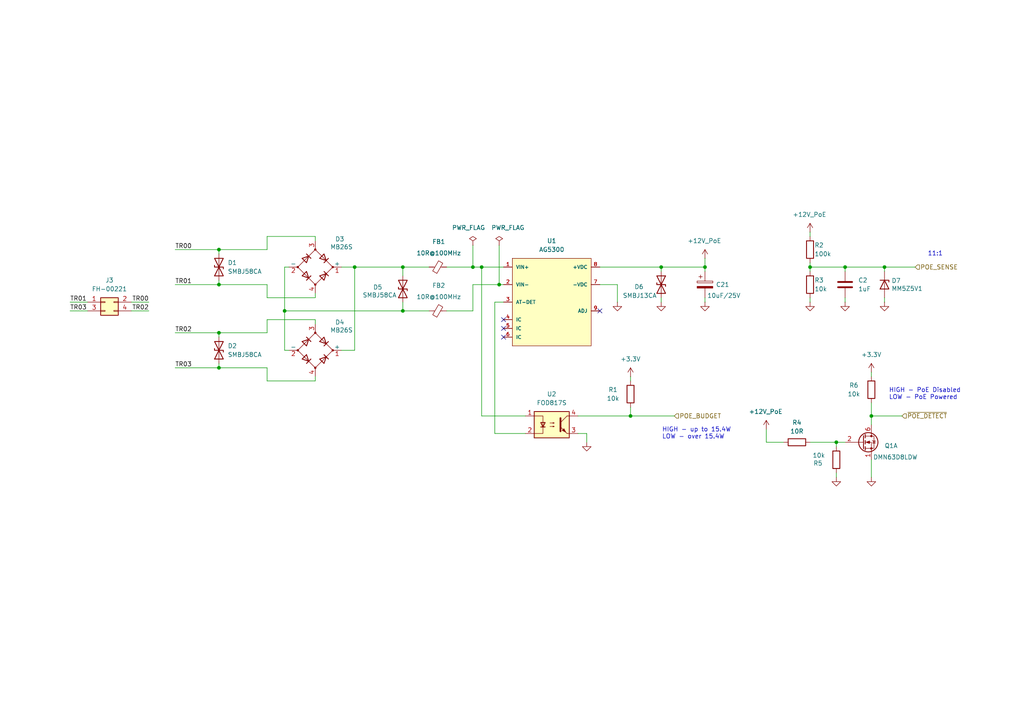
<source format=kicad_sch>
(kicad_sch (version 20231120) (generator "eeschema") (generator_version "8.0")
  (paper "A4")
  (title_block (title "Interface shield") (date "2024-06-04") (rev "${VERSION}") (company "TrendBit s.r.o.") (comment 1 "Designed by: Petr Malaník"))
  (lib_symbols
    (symbol "Connector_Generic:Conn_02x02_Odd_Even" (pin_names (offset 1.016) hide)
      (property "Reference" "J" (at 1.27 2.54 0))
      (property "Value" "Conn_02x02_Odd_Even" (at 1.27 -5.08 0))
      (symbol "Conn_02x02_Odd_Even_1_1"
        (rectangle (start -1.27 -2.413) (end 0 -2.667) (stroke (width 0.1524)))
        (rectangle (start -1.27 0.127) (end 0 -0.127) (stroke (width 0.1524)))
        (rectangle (start -1.27 1.27) (end 3.81 -3.81) (stroke (width 0.254)) (fill (type background)))
        (rectangle (start 3.81 -2.413) (end 2.54 -2.667) (stroke (width 0.1524)))
        (rectangle (start 3.81 0.127) (end 2.54 -0.127) (stroke (width 0.1524)))
        (pin passive line (at -5.08 0 0) (length 3.81) (name "Pin_1") (number "1"))
        (pin passive line (at 7.62 0 180) (length 3.81) (name "Pin_2") (number "2"))
        (pin passive line (at -5.08 -2.54 0) (length 3.81) (name "Pin_3") (number "3"))
        (pin passive line (at 7.62 -2.54 180) (length 3.81) (name "Pin_4") (number "4"))
      )
    )
    (symbol "Device:C" (pin_numbers hide) (pin_names (offset 0.254))
      (property "Reference" "C" (at 0.635 2.54 0))
      (property "Value" "C" (at 0.635 -2.54 0))
      (symbol "C_0_1"
        (polyline (pts (xy -2.032 -0.762) (xy 2.032 -0.762)) (stroke (width 0.508)))
        (polyline (pts (xy -2.032 0.762) (xy 2.032 0.762)) (stroke (width 0.508)))
      )
      (symbol "C_1_1"
        (pin passive line (at 0 3.81 270) (length 2.794) (name "~") (number "1"))
        (pin passive line (at 0 -3.81 90) (length 2.794) (name "~") (number "2"))
      )
    )
    (symbol "Device:C_Polarized" (pin_numbers hide) (pin_names (offset 0.254))
      (property "Reference" "C" (at 0.635 2.54 0))
      (property "Value" "C_Polarized" (at 0.635 -2.54 0))
      (symbol "C_Polarized_0_1"
        (rectangle (start -2.286 0.508) (end 2.286 1.016))
        (polyline (pts (xy -1.778 2.286) (xy -0.762 2.286)))
        (polyline (pts (xy -1.27 2.794) (xy -1.27 1.778)))
        (rectangle (start 2.286 -0.508) (end -2.286 -1.016) (fill (type outline)))
      )
      (symbol "C_Polarized_1_1"
        (pin passive line (at 0 3.81 270) (length 2.794) (name "~") (number "1"))
        (pin passive line (at 0 -3.81 90) (length 2.794) (name "~") (number "2"))
      )
    )
    (symbol "Device:D_Bridge_+-AA" (pin_names (offset 0))
      (property "Reference" "D" (at 2.54 6.985 0))
      (property "Value" "D_Bridge_+-AA" (at 2.54 5.08 0))
      (symbol "D_Bridge_+-AA_0_1"
        (circle (center -5.08 0) (radius 0.254) (fill (type outline)))
        (circle (center 0 -5.08) (radius 0.254) (fill (type outline)))
        (polyline (pts (xy -2.54 3.81) (xy -1.27 2.54)) (stroke (width 0.254)))
        (polyline (pts (xy -1.27 -2.54) (xy -2.54 -3.81)) (stroke (width 0.254)))
        (polyline (pts (xy 2.54 -1.27) (xy 3.81 -2.54)) (stroke (width 0.254)))
        (polyline (pts (xy 2.54 1.27) (xy 3.81 2.54)) (stroke (width 0.254)))
        (polyline (pts (xy -3.81 2.54) (xy -2.54 1.27) (xy -1.905 3.175) (xy -3.81 2.54)) (stroke (width 0.254)))
        (polyline (pts (xy -2.54 -1.27) (xy -3.81 -2.54) (xy -1.905 -3.175) (xy -2.54 -1.27)) (stroke (width 0.254)))
        (polyline (pts (xy 1.27 2.54) (xy 2.54 3.81) (xy 3.175 1.905) (xy 1.27 2.54)) (stroke (width 0.254)))
        (polyline (pts (xy 3.175 -1.905) (xy 1.27 -2.54) (xy 2.54 -3.81) (xy 3.175 -1.905)) (stroke (width 0.254)))
        (polyline (pts (xy -5.08 0) (xy 0 -5.08) (xy 5.08 0) (xy 0 5.08) (xy -5.08 0)))
        (circle (center 0 5.08) (radius 0.254) (fill (type outline)))
        (circle (center 5.08 0) (radius 0.254) (fill (type outline)))
      )
      (symbol "D_Bridge_+-AA_1_1"
        (pin passive line (at 7.62 0 180) (length 2.54) (name "+") (number "1"))
        (pin passive line (at -7.62 0 0) (length 2.54) (name "-") (number "2"))
        (pin passive line (at 0 7.62 270) (length 2.54) (name "~") (number "3"))
        (pin passive line (at 0 -7.62 90) (length 2.54) (name "~") (number "4"))
      )
    )
    (symbol "Device:D_TVS" (pin_numbers hide) (pin_names (offset 1.016) hide)
      (property "Reference" "D" (at 0 2.54 0))
      (property "Value" "D_TVS" (at 0 -2.54 0))
      (symbol "D_TVS_0_1"
        (polyline (pts (xy 1.27 0) (xy -1.27 0)))
        (polyline (pts (xy 0.508 1.27) (xy 0 1.27) (xy 0 -1.27) (xy -0.508 -1.27)) (stroke (width 0.254)))
        (polyline (pts (xy -2.54 1.27) (xy -2.54 -1.27) (xy 2.54 1.27) (xy 2.54 -1.27) (xy -2.54 1.27)) (stroke (width 0.254)))
      )
      (symbol "D_TVS_1_1"
        (pin passive line (at -3.81 0 0) (length 2.54) (name "A1") (number "1"))
        (pin passive line (at 3.81 0 180) (length 2.54) (name "A2") (number "2"))
      )
    )
    (symbol "Device:D_Zener" (pin_numbers hide) (pin_names (offset 1.016) hide)
      (property "Reference" "D" (at 0 2.54 0))
      (property "Value" "D_Zener" (at 0 -2.54 0))
      (symbol "D_Zener_0_1"
        (polyline (pts (xy 1.27 0) (xy -1.27 0)))
        (polyline (pts (xy -1.27 -1.27) (xy -1.27 1.27) (xy -0.762 1.27)) (stroke (width 0.254)))
        (polyline (pts (xy 1.27 -1.27) (xy 1.27 1.27) (xy -1.27 0) (xy 1.27 -1.27)) (stroke (width 0.254)))
      )
      (symbol "D_Zener_1_1"
        (pin passive line (at -3.81 0 0) (length 2.54) (name "K") (number "1"))
        (pin passive line (at 3.81 0 180) (length 2.54) (name "A") (number "2"))
      )
    )
    (symbol "Device:FerriteBead_Small" (pin_numbers hide) (pin_names (offset 0))
      (property "Reference" "FB" (at 1.905 1.27 0))
      (property "Value" "FerriteBead_Small" (at 1.905 -1.27 0))
      (symbol "FerriteBead_Small_0_1"
        (polyline (pts (xy 0 -1.27) (xy 0 -0.7874)))
        (polyline (pts (xy 0 0.889) (xy 0 1.2954)))
        (polyline (pts (xy -1.8288 0.2794) (xy -1.1176 1.4986) (xy 1.8288 -0.2032) (xy 1.1176 -1.4224) (xy -1.8288 0.2794)))
      )
      (symbol "FerriteBead_Small_1_1"
        (pin passive line (at 0 2.54 270) (length 1.27) (name "~") (number "1"))
        (pin passive line (at 0 -2.54 90) (length 1.27) (name "~") (number "2"))
      )
    )
    (symbol "Device:R" (pin_numbers hide) (pin_names (offset 0))
      (property "Reference" "R" (at 2.032 0 90))
      (property "Value" "R" (at 0 0 90))
      (symbol "R_0_1"
        (rectangle (start -1.016 -2.54) (end 1.016 2.54) (stroke (width 0.254)))
      )
      (symbol "R_1_1"
        (pin passive line (at 0 3.81 270) (length 1.27) (name "~") (number "1"))
        (pin passive line (at 0 -3.81 90) (length 1.27) (name "~") (number "2"))
      )
    )
    (symbol "Isolator:FODM217C"
      (property "Reference" "U" (at -5.08 5.08 0))
      (property "Value" "FODM217C" (at 0 5.08 0))
      (symbol "FODM217C_0_1"
        (rectangle (start -5.08 3.81) (end 5.08 -3.81) (stroke (width 0.254)) (fill (type background)))
        (polyline (pts (xy -3.175 -0.635) (xy -1.905 -0.635)) (stroke (width 0.254)))
        (polyline (pts (xy 2.54 0.635) (xy 4.445 2.54)))
        (polyline (pts (xy 4.445 -2.54) (xy 2.54 -0.635)) (fill (type outline)))
        (polyline (pts (xy 4.445 -2.54) (xy 5.08 -2.54)))
        (polyline (pts (xy 4.445 2.54) (xy 5.08 2.54)))
        (polyline (pts (xy -5.08 2.54) (xy -2.54 2.54) (xy -2.54 -0.635)))
        (polyline (pts (xy -2.54 -0.635) (xy -2.54 -2.54) (xy -5.08 -2.54)))
        (polyline (pts (xy 2.54 1.905) (xy 2.54 -1.905) (xy 2.54 -1.905)) (stroke (width 0.508)))
        (polyline (pts (xy -2.54 -0.635) (xy -3.175 0.635) (xy -1.905 0.635) (xy -2.54 -0.635)) (stroke (width 0.254)))
        (polyline (pts (xy -0.508 -0.508) (xy 0.762 -0.508) (xy 0.381 -0.635) (xy 0.381 -0.381) (xy 0.762 -0.508)))
        (polyline (pts (xy -0.508 0.508) (xy 0.762 0.508) (xy 0.381 0.381) (xy 0.381 0.635) (xy 0.762 0.508)))
        (polyline (pts (xy 3.048 -1.651) (xy 3.556 -1.143) (xy 4.064 -2.159) (xy 3.048 -1.651) (xy 3.048 -1.651)) (fill (type outline)))
      )
      (symbol "FODM217C_1_1"
        (pin passive line (at -7.62 2.54 0) (length 2.54) (name "~") (number "1"))
        (pin passive line (at -7.62 -2.54 0) (length 2.54) (name "~") (number "2"))
        (pin passive line (at 7.62 -2.54 180) (length 2.54) (name "~") (number "3"))
        (pin passive line (at 7.62 2.54 180) (length 2.54) (name "~") (number "4"))
      )
    )
    (symbol "TCY_modules:AG5300" (pin_names (offset 1.016))
      (property "Reference" "U" (at 16.51 6.731 0))
      (property "Value" "AG5300" (at 16.51 4.318 0))
      (symbol "AG5300_1_1"
        (rectangle (start 5.08 2.54) (end 27.94 -22.86) (fill (type background)))
        (pin power_in line (at 2.54 0 0) (length 2.54) (name "VIN+") (number "1"))
        (pin passive line (at 30.48 -5.08 180) (length 2.54) hide (name "-VDC") (number "10"))
        (pin power_in line (at 2.54 -5.08 0) (length 2.54) (name "VIN-") (number "2"))
        (pin output line (at 2.54 -10.16 0) (length 2.54) (name "AT-DET") (number "3"))
        (pin passive line (at 2.54 -15.24 0) (length 2.54) (name "IC") (number "4"))
        (pin passive line (at 2.54 -17.78 0) (length 2.54) (name "IC") (number "5"))
        (pin passive line (at 2.54 -20.32 0) (length 2.54) (name "IC") (number "6"))
        (pin passive line (at 30.48 -5.08 180) (length 2.54) (name "-VDC") (number "7"))
        (pin power_out line (at 30.48 0 180) (length 2.54) (name "+VDC") (number "8"))
        (pin input line (at 30.48 -12.7 180) (length 2.54) (name "ADJ") (number "9"))
      )
    )
    (symbol "TCY_transistors:DMN63D8LDW" (pin_names (offset 0) hide)
      (property "Reference" "Q" (at 6.35 1.27 0))
      (property "Value" "DMN63D8LDW" (at 19.05 -1.27 0))
      (symbol "DMN63D8LDW_0_1"
        (polyline (pts (xy 0.254 0) (xy -2.54 0)))
        (polyline (pts (xy 0.254 1.905) (xy 0.254 -1.905)) (stroke (width 0.254)))
        (polyline (pts (xy 0.762 -1.27) (xy 0.762 -2.286)) (stroke (width 0.254)))
        (polyline (pts (xy 0.762 0.508) (xy 0.762 -0.508)) (stroke (width 0.254)))
        (polyline (pts (xy 0.762 2.286) (xy 0.762 1.27)) (stroke (width 0.254)))
        (polyline (pts (xy 2.54 2.54) (xy 2.54 1.778)))
        (polyline (pts (xy 2.54 -2.54) (xy 2.54 0) (xy 0.762 0)))
        (polyline (pts (xy 0.762 -1.778) (xy 3.302 -1.778) (xy 3.302 1.778) (xy 0.762 1.778)))
        (polyline (pts (xy 1.016 0) (xy 2.032 0.381) (xy 2.032 -0.381) (xy 1.016 0)) (fill (type outline)))
        (polyline (pts (xy 2.794 0.508) (xy 2.921 0.381) (xy 3.683 0.381) (xy 3.81 0.254)))
        (polyline (pts (xy 3.302 0.381) (xy 2.921 -0.254) (xy 3.683 -0.254) (xy 3.302 0.381)))
        (circle (center 1.651 0) (radius 2.794) (stroke (width 0.254)))
        (circle (center 2.54 -1.778) (radius 0.254) (fill (type outline)))
        (circle (center 2.54 1.778) (radius 0.254) (fill (type outline)))
      )
      (symbol "DMN63D8LDW_1_1"
        (pin passive line (at 2.54 -5.08 90) (length 2.54) (name "S") (number "1"))
        (pin input line (at -5.08 0 0) (length 2.54) (name "G") (number "2"))
        (pin passive line (at 2.54 5.08 270) (length 2.54) (name "D") (number "6"))
      )
      (symbol "DMN63D8LDW_2_1"
        (pin passive line (at 2.54 5.08 270) (length 2.54) (name "D") (number "3"))
        (pin passive line (at 2.54 -5.08 90) (length 2.54) (name "S") (number "4"))
        (pin input line (at -5.08 0 0) (length 2.54) (name "G") (number "5"))
      )
    )
    (symbol "power:+24V" (power) (pin_numbers hide) (pin_names (offset 0) hide)
      (property "Value" "+24V" (at 0 3.556 0))
      (symbol "+24V_0_1"
        (polyline (pts (xy -0.762 1.27) (xy 0 2.54)))
        (polyline (pts (xy 0 0) (xy 0 2.54)))
        (polyline (pts (xy 0 2.54) (xy 0.762 1.27)))
      )
      (symbol "+24V_1_1"
        (pin power_in line (at 0 0 90) (length 0) (name "~") (number "1"))
      )
    )
    (symbol "power:+3.3V" (power) (pin_numbers hide) (pin_names (offset 0) hide)
      (property "Value" "+3.3V" (at 0 3.556 0))
      (symbol "+3.3V_0_1"
        (polyline (pts (xy -0.762 1.27) (xy 0 2.54)))
        (polyline (pts (xy 0 0) (xy 0 2.54)))
        (polyline (pts (xy 0 2.54) (xy 0.762 1.27)))
      )
      (symbol "+3.3V_1_1"
        (pin power_in line (at 0 0 90) (length 0) (name "~") (number "1"))
      )
    )
    (symbol "power:GND" (power) (pin_numbers hide) (pin_names (offset 0) hide)
      (property "Value" "GND" (at 0 -3.81 0))
      (symbol "GND_0_1"
        (polyline (pts (xy 0 0) (xy 0 -1.27) (xy 1.27 -1.27) (xy 0 -2.54) (xy -1.27 -1.27) (xy 0 -1.27)))
      )
      (symbol "GND_1_1"
        (pin power_in line (at 0 0 270) (length 0) (name "~") (number "1"))
      )
    )
    (symbol "power:PWR_FLAG" (power) (pin_numbers hide) (pin_names (offset 0) hide)
      (property "Value" "PWR_FLAG" (at 0 3.81 0))
      (symbol "PWR_FLAG_0_0"
        (pin power_out line (at 0 0 90) (length 0) (name "~") (number "1"))
      )
      (symbol "PWR_FLAG_0_1"
        (polyline (pts (xy 0 0) (xy 0 1.27) (xy -1.016 1.905) (xy 0 2.54) (xy 1.016 1.905) (xy 0 1.27)))
      )
    )
  )
  (junction (at 116.84 90.17))
  (junction (at 204.47 77.47))
  (junction (at 82.55 90.17))
  (junction (at 63.5 106.68))
  (junction (at 234.95 77.47))
  (junction (at 139.7 77.47))
  (junction (at 256.54 77.47))
  (junction (at 144.78 82.55))
  (junction (at 182.88 120.65))
  (junction (at 63.5 82.55))
  (junction (at 116.84 77.47))
  (junction (at 63.5 72.39))
  (junction (at 102.87 77.47))
  (junction (at 242.57 128.27))
  (junction (at 245.11 77.47))
  (junction (at 137.16 77.47))
  (junction (at 191.77 77.47))
  (junction (at 63.5 96.52))
  (junction (at 252.73 120.65))
  (no_connect (at 146.05 92.71))
  (no_connect (at 173.99 90.17))
  (no_connect (at 146.05 95.25))
  (no_connect (at 146.05 97.79))
  (wire (pts (xy 234.95 86.36) (xy 234.95 87.63)))
  (wire (pts (xy 245.11 77.47) (xy 245.11 78.74)))
  (wire (pts (xy 179.07 82.55) (xy 179.07 87.63)))
  (wire (pts (xy 152.4 120.65) (xy 139.7 120.65)))
  (wire (pts (xy 50.8 96.52) (xy 63.5 96.52)))
  (wire (pts (xy 191.77 86.36) (xy 191.77 87.63)))
  (wire (pts (xy 77.47 110.49) (xy 77.47 106.68)))
  (wire (pts (xy 82.55 101.6) (xy 83.82 101.6)))
  (wire (pts (xy 82.55 90.17) (xy 82.55 101.6)))
  (wire (pts (xy 99.06 101.6) (xy 102.87 101.6)))
  (wire (pts (xy 137.16 71.12) (xy 137.16 77.47)))
  (wire (pts (xy 139.7 120.65) (xy 139.7 77.47)))
  (wire (pts (xy 256.54 77.47) (xy 256.54 78.74)))
  (wire (pts (xy 137.16 77.47) (xy 139.7 77.47)))
  (wire (pts (xy 245.11 86.36) (xy 245.11 87.63)))
  (wire (pts (xy 63.5 106.68) (xy 77.47 106.68)))
  (wire (pts (xy 191.77 77.47) (xy 191.77 78.74)))
  (wire (pts (xy 91.44 110.49) (xy 77.47 110.49)))
  (wire (pts (xy 102.87 77.47) (xy 102.87 101.6)))
  (wire (pts (xy 256.54 77.47) (xy 265.43 77.47)))
  (wire (pts (xy 234.95 77.47) (xy 245.11 77.47)))
  (wire (pts (xy 242.57 128.27) (xy 245.11 128.27)))
  (wire (pts (xy 82.55 90.17) (xy 116.84 90.17)))
  (wire (pts (xy 182.88 120.65) (xy 182.88 118.11)))
  (wire (pts (xy 252.73 120.65) (xy 261.62 120.65)))
  (wire (pts (xy 20.32 87.63) (xy 25.4 87.63)))
  (wire (pts (xy 252.73 116.84) (xy 252.73 120.65)))
  (wire (pts (xy 63.5 96.52) (xy 77.47 96.52)))
  (wire (pts (xy 63.5 96.52) (xy 63.5 97.79)))
  (wire (pts (xy 191.77 77.47) (xy 204.47 77.47)))
  (wire (pts (xy 91.44 92.71) (xy 77.47 92.71)))
  (wire (pts (xy 167.64 125.73) (xy 170.18 125.73)))
  (wire (pts (xy 139.7 77.47) (xy 146.05 77.47)))
  (wire (pts (xy 170.18 125.73) (xy 170.18 128.27)))
  (wire (pts (xy 256.54 86.36) (xy 256.54 87.63)))
  (wire (pts (xy 173.99 77.47) (xy 191.77 77.47)))
  (wire (pts (xy 102.87 77.47) (xy 116.84 77.47)))
  (wire (pts (xy 116.84 77.47) (xy 124.46 77.47)))
  (wire (pts (xy 43.18 87.63) (xy 38.1 87.63)))
  (wire (pts (xy 242.57 138.43) (xy 242.57 137.16)))
  (wire (pts (xy 227.33 128.27) (xy 222.25 128.27)))
  (wire (pts (xy 137.16 82.55) (xy 137.16 90.17)))
  (wire (pts (xy 63.5 81.28) (xy 63.5 82.55)))
  (wire (pts (xy 137.16 90.17) (xy 129.54 90.17)))
  (wire (pts (xy 204.47 77.47) (xy 204.47 78.74)))
  (wire (pts (xy 82.55 77.47) (xy 82.55 90.17)))
  (wire (pts (xy 91.44 92.71) (xy 91.44 93.98)))
  (wire (pts (xy 252.73 133.35) (xy 252.73 138.43)))
  (wire (pts (xy 116.84 87.63) (xy 116.84 90.17)))
  (wire (pts (xy 77.47 92.71) (xy 77.47 96.52)))
  (wire (pts (xy 222.25 128.27) (xy 222.25 124.46)))
  (wire (pts (xy 116.84 90.17) (xy 124.46 90.17)))
  (wire (pts (xy 144.78 71.12) (xy 144.78 82.55)))
  (wire (pts (xy 43.18 90.17) (xy 38.1 90.17)))
  (wire (pts (xy 242.57 128.27) (xy 242.57 129.54)))
  (wire (pts (xy 143.51 87.63) (xy 143.51 125.73)))
  (wire (pts (xy 182.88 109.22) (xy 182.88 110.49)))
  (wire (pts (xy 63.5 105.41) (xy 63.5 106.68)))
  (wire (pts (xy 234.95 76.2) (xy 234.95 77.47)))
  (wire (pts (xy 50.8 82.55) (xy 63.5 82.55)))
  (wire (pts (xy 116.84 77.47) (xy 116.84 80.01)))
  (wire (pts (xy 63.5 82.55) (xy 77.47 82.55)))
  (wire (pts (xy 91.44 68.58) (xy 77.47 68.58)))
  (wire (pts (xy 146.05 82.55) (xy 144.78 82.55)))
  (wire (pts (xy 252.73 120.65) (xy 252.73 123.19)))
  (wire (pts (xy 204.47 87.63) (xy 204.47 86.36)))
  (wire (pts (xy 91.44 110.49) (xy 91.44 109.22)))
  (wire (pts (xy 77.47 86.36) (xy 77.47 82.55)))
  (wire (pts (xy 91.44 68.58) (xy 91.44 69.85)))
  (wire (pts (xy 20.32 90.17) (xy 25.4 90.17)))
  (wire (pts (xy 63.5 72.39) (xy 63.5 73.66)))
  (wire (pts (xy 234.95 77.47) (xy 234.95 78.74)))
  (wire (pts (xy 50.8 106.68) (xy 63.5 106.68)))
  (wire (pts (xy 91.44 86.36) (xy 91.44 85.09)))
  (wire (pts (xy 234.95 128.27) (xy 242.57 128.27)))
  (wire (pts (xy 173.99 82.55) (xy 179.07 82.55)))
  (wire (pts (xy 91.44 86.36) (xy 77.47 86.36)))
  (wire (pts (xy 50.8 72.39) (xy 63.5 72.39)))
  (wire (pts (xy 204.47 74.93) (xy 204.47 77.47)))
  (wire (pts (xy 252.73 107.95) (xy 252.73 109.22)))
  (wire (pts (xy 77.47 72.39) (xy 63.5 72.39)))
  (wire (pts (xy 77.47 68.58) (xy 77.47 72.39)))
  (wire (pts (xy 182.88 120.65) (xy 195.58 120.65)))
  (wire (pts (xy 245.11 77.47) (xy 256.54 77.47)))
  (wire (pts (xy 146.05 87.63) (xy 143.51 87.63)))
  (wire (pts (xy 99.06 77.47) (xy 102.87 77.47)))
  (wire (pts (xy 129.54 77.47) (xy 137.16 77.47)))
  (wire (pts (xy 144.78 82.55) (xy 137.16 82.55)))
  (wire (pts (xy 234.95 67.31) (xy 234.95 68.58)))
  (wire (pts (xy 143.51 125.73) (xy 152.4 125.73)))
  (wire (pts (xy 167.64 120.65) (xy 182.88 120.65)))
  (wire (pts (xy 82.55 77.47) (xy 83.82 77.47)))
  (text "11:1" (at 271.272 73.66 0) (effects (font (size 1.27 1.27))))
  (text "HIGH - PoE Disabled\nLOW - PoE Powered" (at 257.81 114.3 0) (effects (font (size 1.27 1.27)) (justify left)))
  (text "HIGH - up to 15.4W\nLOW - over 15.4W" (at 192.024 125.73 0) (effects (font (size 1.27 1.27)) (justify left)))
  (label "TR02" (at 50.8 96.52 0))
  (label "TR00" (at 43.18 87.63 180))
  (label "TR02" (at 43.18 90.17 180))
  (label "TR03" (at 50.8 106.68 0))
  (label "TR01" (at 50.8 82.55 0))
  (label "TR01" (at 20.32 87.63 0))
  (label "TR00" (at 50.8 72.39 0))
  (label "TR03" (at 20.32 90.17 0))
  (hierarchical_label "~{POE_DETECT}" (shape input) (at 261.62 120.65 0))
  (hierarchical_label "POE_BUDGET" (shape input) (at 195.58 120.65 0))
  (hierarchical_label "POE_SENSE" (shape input) (at 265.43 77.47 0))
  (symbol (lib_id "Device:R") (at 242.57 133.35 0) (unit 1)
    (property "Reference" "R5" (at 237.236 134.366 0))
    (property "Value" "10k" (at 237.49 132.08 0))
    (property "Footprint" "Resistor_SMD:R_0603_1608Metric" (effects (hide yes)))
    (property "Description" "Resistor" (effects (hide yes)))
    (property "LCSC" "C25804" (effects (hide yes)))
  )
  (symbol (lib_id "power:GND") (at 204.47 87.63 0) (unit 1)
    (property "Reference" "#PWR0110" (effects (hide yes)))
    (property "Value" "GND" (effects (hide yes)))
    (property "Description" "Power symbol creates a global label with name \"GND\" , ground" (effects (hide yes)))
  )
  (symbol (lib_id "TCY_transistors:DMN63D8LDW") (at 250.19 128.27 0) (unit 1)
    (property "Reference" "Q1" (at 256.54 129.286 0) (effects (justify left)))
    (property "Value" "DMN63D8LDW" (at 253.238 132.588 0) (effects (justify left)))
    (property "Footprint" "Package_TO_SOT_SMD:SOT-363_SC-70-6" (effects (hide yes)))
    (property "Description" "Dual NMOS transistor, 6 pin package" (effects (hide yes)))
    (property "MPN" "DMN63D8LDW-7" (effects (hide yes)))
    (property "Mouser" "https://cz.mouser.com/ProductDetail/Diodes-Incorporated/DMN63D8LDW-7?qs=wo71MgyKIyE2w30D2buODQ%3D%3D" (effects (hide yes)))
    (property "JLCPCB" "C211422" (effects (hide yes)))
    (property "LCSC" "C211422" (effects (hide yes)))
  )
  (symbol (lib_id "Device:R") (at 231.14 128.27 90) (unit 1)
    (property "Reference" "R4" (at 231.14 122.555 90))
    (property "Value" "10R" (at 231.14 125.095 90))
    (property "Footprint" "Resistor_SMD:R_0603_1608Metric" (effects (hide yes)))
    (property "Description" "Resistor" (effects (hide yes)))
    (property "LCSC" "C23193" (effects (hide yes)))
  )
  (symbol (lib_id "power:+24V") (at 204.47 74.93 0) (unit 1)
    (property "Reference" "#PWR0109" (effects (hide yes)))
    (property "Value" "+12V_PoE" (at 199.39 69.85 0) (effects (justify left)))
    (property "Description" "Power symbol creates a global label with name \"+24V\"" (effects (hide yes)))
  )
  (symbol (lib_id "power:GND") (at 170.18 128.27 0) (unit 1)
    (property "Reference" "#PWR01" (effects (hide yes)))
    (property "Value" "GND" (effects (hide yes)))
    (property "Description" "Power symbol creates a global label with name \"GND\" , ground" (effects (hide yes)))
  )
  (symbol (lib_id "power:PWR_FLAG") (at 137.16 71.12 0) (unit 1)
    (property "Reference" "#FLG01" (effects (hide yes)))
    (property "Value" "PWR_FLAG" (at 135.89 66.04 0))
    (property "Description" "Special symbol for telling ERC where power comes from" (effects (hide yes)))
  )
  (symbol (lib_id "Device:D_Bridge_+-AA") (at 91.44 101.6 0) (unit 1)
    (property "Reference" "D4" (at 98.552 93.472 0))
    (property "Value" "MB26S" (at 99.06 95.758 0))
    (property "Footprint" "Package_TO_SOT_SMD:TO-269AA" (effects (hide yes)))
    (property "Datasheet" "https://www.diodes.com/assets/Datasheets/ABS20M.pdf" (effects (hide yes)))
    (property "Description" "Diode bridge, +ve/-ve/AC/AC" (effects (hide yes)))
    (property "Mouser" "https://cz.mouser.com/ProductDetail/Diotec-Semiconductor/ABS20M?qs=Li%252BoUPsLEnuqDKdqx71gNw%3D%3D" (effects (hide yes)))
    (property "JLCPCB" "C437951" (effects (hide yes)))
    (property "MPNA" "ABS20M  " (effects (hide yes)))
    (property "MPN" "MB26S" (effects (hide yes)))
    (property "LCSC" "C840748" (effects (hide yes)))
  )
  (symbol (lib_id "power:GND") (at 242.57 138.43 0) (unit 1)
    (property "Reference" "#PWR011" (effects (hide yes)))
    (property "Value" "GND" (effects (hide yes)))
    (property "Description" "Power symbol creates a global label with name \"GND\" , ground" (effects (hide yes)))
  )
  (symbol (lib_id "power:GND") (at 252.73 138.43 0) (unit 1)
    (property "Reference" "#PWR014" (effects (hide yes)))
    (property "Value" "GND" (effects (hide yes)))
    (property "Description" "Power symbol creates a global label with name \"GND\" , ground" (effects (hide yes)))
  )
  (symbol (lib_id "Device:D_TVS") (at 63.5 77.47 90) (unit 1)
    (property "Reference" "D1" (at 66.04 76.1999 90) (effects (justify right)))
    (property "Value" "SMBJ58CA" (at 66.04 78.7399 90) (effects (justify right)))
    (property "Footprint" "Diode_SMD:D_SMB" (effects (hide yes)))
    (property "Description" "Bidirectional transient-voltage-suppression diode" (effects (hide yes)))
    (property "MPN" "SMBJ58CA" (effects (hide yes)))
    (property "Mouser" "https://cz.mouser.com/ProductDetail/Bourns/SMBJ58CA?qs=d7fLapxX37GuSsPm5YuQrg%3D%3D" (effects (hide yes)))
    (property "JLCPCB" "C19077592" (effects (hide yes)))
    (property "LCSC" "C19077592" (effects (hide yes)))
  )
  (symbol (lib_id "power:PWR_FLAG") (at 144.78 71.12 0) (unit 1)
    (property "Reference" "#FLG02" (effects (hide yes)))
    (property "Value" "PWR_FLAG" (at 147.32 66.04 0))
    (property "Description" "Special symbol for telling ERC where power comes from" (effects (hide yes)))
  )
  (symbol (lib_id "Device:D_Zener") (at 256.54 82.55 270) (unit 1)
    (property "Reference" "D7" (at 258.5721 81.4006 90) (effects (justify left)))
    (property "Value" "MM5Z5V1" (at 258.572 83.699 90) (effects (justify left)))
    (property "Footprint" "Diode_SMD:D_SOD-523" (effects (hide yes)))
    (property "Link" "https://cz.mouser.com/ProductDetail/Micro-Commercial-Components-MCC/BZT52C3V3T-TP?qs=ZNK0BnemlqH64jno0CHXZA%3D%3D" (effects (hide yes)))
    (property "MPN" "MM5Z5V1" (effects (hide yes)))
    (property "JLCPCB" "C2832572" (effects (hide yes)))
    (property "MPNA" "BZT52C3V3T-TP " (effects (hide yes)))
    (property "Mouser" "BZT52C3V3T-TP " (effects (hide yes)))
    (property "LCSC" "C2832572" (effects (hide yes)))
  )
  (symbol (lib_id "Isolator:FODM217C") (at 160.02 123.19 0) (unit 1)
    (property "Reference" "U2" (at 160.02 114.3 0))
    (property "Value" "FOD817S" (at 160.02 116.84 0))
    (property "Footprint" "Package_SO:SSO-4_6.7x5.1mm_P2.54mm_Clearance8mm" (effects (hide yes)))
    (property "Datasheet" "https://www.onsemi.com/pub/Collateral/FODM214-D.PDF" (effects (hide yes)))
    (property "Description" "DC Optocoupler, Vce 80V, CTR 200-400%, SOP-4" (effects (hide yes)))
    (property "Mouser" "https://cz.mouser.com/ProductDetail/onsemi-Fairchild/FOD817S?qs=32VJUWvZ7Xab7eM00K2DFA%3D%3D" (effects (hide yes)))
    (property "JLCPCB" "C106900" (effects (hide yes)))
    (property "MPN" "FOD817S" (effects (hide yes)))
    (property "MPNA" "EL817S1" (effects (hide yes)))
    (property "LCSC" "C106900" (effects (hide yes)))
  )
  (symbol (lib_id "Device:FerriteBead_Small") (at 127 77.47 90) (unit 1)
    (property "Reference" "FB1" (at 127.254 70.104 90))
    (property "Value" "10R@100MHz" (at 127.254 73.406 90))
    (property "Footprint" "Inductor_SMD:L_0603_1608Metric" (effects (hide yes)))
    (property "Description" "Ferrite bead, small symbol" (effects (hide yes)))
    (property "Link" "https://cz.mouser.com/ProductDetail/Murata-Electronics/BLM21PG220SN1D?qs=tuW2Z%252BT4A0yqSWmso6vkmg%3D%3D" (effects (hide yes)))
    (property "MPN" " GZ1608D601TF" (effects (hide yes)))
    (property "JLCPCB" "C2971881" (effects (hide yes)))
    (property "MPNA" "BLE18PK100SN1D" (effects (hide yes)))
    (property "Mouser" "https://cz.mouser.com/ProductDetail/Murata-Electronics/BLE18PK100SN1D?qs=W%2FMpXkg%252BdQ6tzBmLeY1psA%3D%3D" (effects (hide yes)))
    (property "LCSC" "C2971881" (effects (hide yes)))
  )
  (symbol (lib_id "Device:D_TVS") (at 116.84 83.82 90) (unit 1)
    (property "Reference" "D5" (at 108.204 83.312 90) (effects (justify right)))
    (property "Value" "SMBJ58CA" (at 105.156 85.598 90) (effects (justify right)))
    (property "Footprint" "Diode_SMD:D_SMB" (effects (hide yes)))
    (property "Description" "Bidirectional transient-voltage-suppression diode" (effects (hide yes)))
    (property "MPN" "SMBJ58CA" (effects (hide yes)))
    (property "Mouser" "https://cz.mouser.com/ProductDetail/Bourns/SMBJ58CA?qs=d7fLapxX37GuSsPm5YuQrg%3D%3D" (effects (hide yes)))
    (property "JLCPCB" "C19077592" (effects (hide yes)))
    (property "LCSC" "C19077592" (effects (hide yes)))
  )
  (symbol (lib_id "Device:D_TVS") (at 191.77 82.55 270) (unit 1)
    (property "Reference" "D6" (at 186.69 83.185 90) (effects (justify right)))
    (property "Value" "SMBJ13CA" (at 190.5 85.725 90) (effects (justify right)))
    (property "Footprint" "Diode_SMD:D_SMB" (effects (hide yes)))
    (property "Description" "Bidirectional transient-voltage-suppression diode" (effects (hide yes)))
    (property "MPN" "SMBJ13CA" (effects (hide yes)))
    (property "Mouser" "https://cz.mouser.com/ProductDetail/Bourns/SMBJ13CA?qs=d7fLapxX37FPbKcZvfOanQ%3D%3D" (effects (hide yes)))
    (property "JLCPCB" "C19077568" (effects (hide yes)))
    (property "LCSC" "C19077568" (effects (hide yes)))
  )
  (symbol (lib_id "power:GND") (at 179.07 87.63 0) (unit 1)
    (property "Reference" "#PWR02" (effects (hide yes)))
    (property "Value" "GND" (effects (hide yes)))
    (property "Description" "Power symbol creates a global label with name \"GND\" , ground" (effects (hide yes)))
  )
  (symbol (lib_id "power:GND") (at 256.54 87.63 0) (unit 1)
    (property "Reference" "#PWR012" (effects (hide yes)))
    (property "Value" "GND" (effects (hide yes)))
    (property "Description" "Power symbol creates a global label with name \"GND\" , ground" (effects (hide yes)))
  )
  (symbol (lib_id "Device:FerriteBead_Small") (at 127 90.17 90) (unit 1)
    (property "Reference" "FB2" (at 127.254 82.804 90))
    (property "Value" "10R@100MHz" (at 127.254 86.106 90))
    (property "Footprint" "Inductor_SMD:L_0603_1608Metric" (effects (hide yes)))
    (property "Description" "Ferrite bead, small symbol" (effects (hide yes)))
    (property "Link" "https://cz.mouser.com/ProductDetail/Murata-Electronics/BLM21PG220SN1D?qs=tuW2Z%252BT4A0yqSWmso6vkmg%3D%3D" (effects (hide yes)))
    (property "MPN" " GZ1608D601TF" (effects (hide yes)))
    (property "JLCPCB" "C2971881" (effects (hide yes)))
    (property "MPNA" "BLE18PK100SN1D" (effects (hide yes)))
    (property "Mouser" "https://cz.mouser.com/ProductDetail/Murata-Electronics/BLE18PK100SN1D?qs=W%2FMpXkg%252BdQ6tzBmLeY1psA%3D%3D" (effects (hide yes)))
    (property "LCSC" "C2971881" (effects (hide yes)))
  )
  (symbol (lib_id "Device:R") (at 234.95 72.39 0) (unit 1)
    (property "Reference" "R2" (at 236.22 71.12 0) (effects (justify left)))
    (property "Value" "100k" (at 236.22 73.66 0) (effects (justify left)))
    (property "Footprint" "Resistor_SMD:R_0603_1608Metric" (effects (hide yes)))
    (property "LCSC" "C25803" (effects (hide yes)))
  )
  (symbol (lib_id "Device:R") (at 234.95 82.55 0) (unit 1)
    (property "Reference" "R3" (at 236.22 81.28 0) (effects (justify left)))
    (property "Value" "10k" (at 236.22 83.82 0) (effects (justify left)))
    (property "Footprint" "Resistor_SMD:R_0603_1608Metric" (effects (hide yes)))
    (property "LCSC" "C25804" (effects (hide yes)))
  )
  (symbol (lib_id "power:GND") (at 245.11 87.63 0) (unit 1)
    (property "Reference" "#PWR010" (effects (hide yes)))
    (property "Value" "GND" (effects (hide yes)))
    (property "Description" "Power symbol creates a global label with name \"GND\" , ground" (effects (hide yes)))
  )
  (symbol (lib_id "Device:D_TVS") (at 63.5 101.6 90) (unit 1)
    (property "Reference" "D2" (at 66.04 100.3299 90) (effects (justify right)))
    (property "Value" "SMBJ58CA" (at 66.04 102.8699 90) (effects (justify right)))
    (property "Footprint" "Diode_SMD:D_SMB" (effects (hide yes)))
    (property "Description" "Bidirectional transient-voltage-suppression diode" (effects (hide yes)))
    (property "MPN" "SMBJ58CA" (effects (hide yes)))
    (property "Mouser" "https://cz.mouser.com/ProductDetail/Bourns/SMBJ58CA?qs=d7fLapxX37GuSsPm5YuQrg%3D%3D" (effects (hide yes)))
    (property "JLCPCB" "C19077592" (effects (hide yes)))
    (property "LCSC" "C19077592" (effects (hide yes)))
  )
  (symbol (lib_id "Connector_Generic:Conn_02x02_Odd_Even") (at 30.48 87.63 0) (unit 1)
    (property "Reference" "J3" (at 31.75 81.28 0))
    (property "Value" "FH-00221" (at 31.75 83.82 0))
    (property "Footprint" "Connector_PinSocket_2.54mm:PinSocket_2x02_P2.54mm_Vertical" (effects (hide yes)))
    (property "JLCPCB" "C2685206" (effects (hide yes)))
    (property "MPN" "FH-00221" (effects (hide yes)))
    (property "LCSC" "C2685206" (effects (hide yes)))
  )
  (symbol (lib_id "Device:R") (at 252.73 113.03 0) (unit 1)
    (property "Reference" "R6" (at 247.65 111.76 0))
    (property "Value" "10k" (at 247.65 114.3 0))
    (property "Footprint" "Resistor_SMD:R_0603_1608Metric" (effects (hide yes)))
    (property "Description" "Resistor" (effects (hide yes)))
    (property "LCSC" "C25804" (effects (hide yes)))
  )
  (symbol (lib_id "power:GND") (at 234.95 87.63 0) (unit 1)
    (property "Reference" "#PWR09" (effects (hide yes)))
    (property "Value" "GND" (effects (hide yes)))
    (property "Description" "Power symbol creates a global label with name \"GND\" , ground" (effects (hide yes)))
  )
  (symbol (lib_id "Device:R") (at 182.88 114.3 0) (unit 1)
    (property "Reference" "R1" (at 177.8 113.03 0))
    (property "Value" "10k" (at 177.8 115.57 0))
    (property "Footprint" "Resistor_SMD:R_0603_1608Metric" (effects (hide yes)))
    (property "Description" "Resistor" (effects (hide yes)))
    (property "LCSC" "C25804" (effects (hide yes)))
  )
  (symbol (lib_id "TCY_modules:AG5300") (at 143.51 77.47 0) (unit 1)
    (property "Reference" "U1" (at 160.02 69.85 0))
    (property "Value" "AG5300" (at 160.02 72.39 0))
    (property "Footprint" "TCY_modules:Silvertel-AG5300_Horizontal" (effects (hide yes)))
    (property "Datasheet" "http://www.silvertel.com/images/datasheets/Ag5300-datasheet-smallest-30W-Power-Over-Ethernet-Plus-Module-PoEplusPD.pdf" (effects (hide yes)))
    (property "Description" "AG5300" (effects (hide yes)))
    (property "MPN" "AG5300" (effects (hide yes)))
    (property "Mouser" "https://cz.mouser.com/ProductDetail/Silvertel/Ag5300?qs=OlC7AqGiEDkqNoWY4wzXEQ%3D%3D" (effects (hide yes)))
  )
  (symbol (lib_id "Device:D_Bridge_+-AA") (at 91.44 77.47 0) (unit 1)
    (property "Reference" "D3" (at 98.552 69.342 0))
    (property "Value" "MB26S" (at 99.06 71.628 0))
    (property "Footprint" "Package_TO_SOT_SMD:TO-269AA" (effects (hide yes)))
    (property "Datasheet" "https://www.diodes.com/assets/Datasheets/ABS20M.pdf" (effects (hide yes)))
    (property "Description" "Diode bridge, +ve/-ve/AC/AC" (effects (hide yes)))
    (property "Mouser" "https://cz.mouser.com/ProductDetail/Diotec-Semiconductor/ABS20M?qs=Li%252BoUPsLEnuqDKdqx71gNw%3D%3D" (effects (hide yes)))
    (property "JLCPCB" "C437951" (effects (hide yes)))
    (property "MPNA" "ABS20M  " (effects (hide yes)))
    (property "MPN" "MB26S" (effects (hide yes)))
    (property "LCSC" "C840748" (effects (hide yes)))
  )
  (symbol (lib_id "Device:C") (at 245.11 82.55 0) (unit 1)
    (property "Reference" "C2" (at 248.92 81.2799 0) (effects (justify left)))
    (property "Value" "1uF" (at 248.92 83.8199 0) (effects (justify left)))
    (property "Footprint" "Capacitor_SMD:C_0603_1608Metric" (effects (hide yes)))
    (property "Description" "Unpolarized capacitor" (effects (hide yes)))
    (property "LCSC" "C15849" (effects (hide yes)))
  )
  (symbol (lib_id "power:+3.3V") (at 252.73 107.95 0) (unit 1)
    (property "Reference" "#PWR03" (effects (hide yes)))
    (property "Value" "+3.3V" (at 252.73 102.87 0))
    (property "Description" "Power symbol creates a global label with name \"+3.3V\"" (effects (hide yes)))
  )
  (symbol (lib_id "power:+24V") (at 234.95 67.31 0) (unit 1)
    (property "Reference" "#PWR05" (effects (hide yes)))
    (property "Value" "+12V_PoE" (at 229.87 62.23 0) (effects (justify left)))
    (property "Description" "Power symbol creates a global label with name \"+24V\"" (effects (hide yes)))
  )
  (symbol (lib_id "power:+24V") (at 222.25 124.46 0) (unit 1)
    (property "Reference" "#PWR07" (effects (hide yes)))
    (property "Value" "+12V_PoE" (at 217.17 119.38 0) (effects (justify left)))
    (property "Description" "Power symbol creates a global label with name \"+24V\"" (effects (hide yes)))
  )
  (symbol (lib_id "power:+3.3V") (at 182.88 109.22 0) (unit 1)
    (property "Reference" "#PWR0112" (effects (hide yes)))
    (property "Value" "+3.3V" (at 182.88 104.14 0))
    (property "Description" "Power symbol creates a global label with name \"+3.3V\"" (effects (hide yes)))
  )
  (symbol (lib_id "Device:C_Polarized") (at 204.47 82.55 0) (unit 1)
    (property "Reference" "C21" (at 207.645 82.55 0) (effects (justify left)))
    (property "Value" "10uF/25V" (at 205.105 85.725 0) (effects (justify left)))
    (property "Footprint" "Capacitor_SMD:CP_Elec_4x5.4" (effects (hide yes)))
    (property "MPN" " CK1E100M-CRC54" (effects (hide yes)))
    (property "JLCPCB" "C3001226" (effects (hide yes)))
    (property "LCSC" "C3001226" (effects (hide yes)))
  )
  (symbol (lib_id "power:GND") (at 191.77 87.63 0) (unit 1)
    (property "Reference" "#PWR04" (effects (hide yes)))
    (property "Value" "GND" (effects (hide yes)))
    (property "Description" "Power symbol creates a global label with name \"GND\" , ground" (effects (hide yes)))
  )
)
</source>
